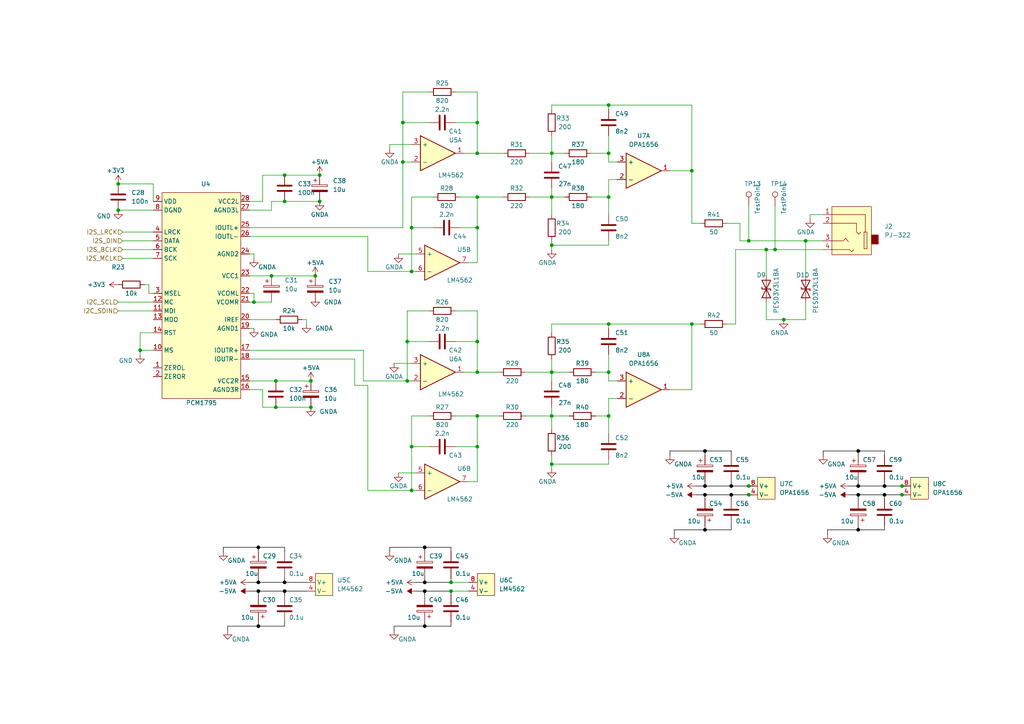
<source format=kicad_sch>
(kicad_sch (version 20211123) (generator eeschema)
  (paper "A4")
  (lib_symbols
    (symbol "Connector:TestPoint" (pin_numbers hide) (pin_names (offset 0.762) hide)
      (property "Reference" "TP" (at 0 6.858 0))
      (property "Value" "TestPoint" (at 0 5.08 0))
      (symbol "TestPoint_1_1"
        (pin passive line (at 0 0 90) (length 2.54) (name "1") (number "1"))
      )
    )
    (symbol "power:+3V3" (power) (pin_names (offset 0))
      (property "Value" "+3V3" (at 0 3.556 0))
      (symbol "+3V3_1_1"
        (pin power_in line (at 0 0 90) (length 0) hide (name "+3V3") (number "1"))
      )
    )
    (symbol "power:+5VA" (power) (pin_names (offset 0))
      (property "Value" "+5VA" (at 0 3.556 0))
      (symbol "+5VA_1_1"
        (pin power_in line (at 0 0 90) (length 0) hide (name "+5VA") (number "1"))
      )
    )
    (symbol "power:-5VA" (power) (pin_names (offset 0))
      (property "Value" "-5VA" (at 0 3.81 0))
      (symbol "-5VA_0_0"
        (pin power_in line (at 0 0 90) (length 0) hide (name "-5VA") (number "1"))
      )
    )
    (symbol "power:GND" (power) (pin_names (offset 0))
      (property "Value" "GND" (at 0 -3.81 0))
      (symbol "GND_1_1"
        (pin power_in line (at 0 0 270) (length 0) hide (name "GND") (number "1"))
      )
    )
    (symbol "power:GNDA" (power) (pin_names (offset 0))
      (property "Value" "GNDA" (at 0 -3.81 0))
      (symbol "GNDA_1_1"
        (pin power_in line (at 0 0 270) (length 0) hide (name "GNDA") (number "1"))
      )
    )
    (symbol "rlib_connectors:PJ-322" (pin_names hide)
      (property "Reference" "J" (at -0.0343 9.1452 0))
      (property "Value" "PJ-322" (at 0.254 -8.636 0))
      (symbol "PJ-322_1_1"
        (pin passive line (at 7.62 5.08 180) (length 2.54) (name "1") (number "1"))
        (pin passive line (at 7.62 2.54 180) (length 2.54) (name "2") (number "2"))
        (pin passive line (at 7.62 -2.54 180) (length 2.54) (name "3") (number "3"))
        (pin passive line (at 7.62 -5.08 180) (length 2.54) (name "4") (number "4"))
      )
    )
    (symbol "rlib_ic:LM4562"
      (property "Reference" "U" (at 0 8.89 0))
      (property "Value" "LM4562" (at 0 -5.08 0))
      (symbol "LM4562_1_1"
        (pin output line (at 8.89 2.54 180) (length 2.54) (name "~") (number "1"))
        (pin input line (at -6.35 0 0) (length 2.54) (name "-") (number "2"))
        (pin input line (at -6.35 5.08 0) (length 2.54) (name "+") (number "3"))
      )
      (symbol "LM4562_2_1"
        (pin input line (at -6.35 5.08 0) (length 2.54) (name "+") (number "5"))
        (pin input line (at -6.35 0 0) (length 2.54) (name "-") (number "6"))
        (pin output line (at 8.89 2.54 180) (length 2.54) (name "~") (number "7"))
      )
      (symbol "LM4562_3_1"
        (pin power_in line (at -5.08 -2.54 0) (length 2.54) (name "V-") (number "4"))
        (pin power_in line (at -5.08 0 0) (length 2.54) (name "V+") (number "8"))
      )
    )
    (symbol "rlib_ic:OPA1656"
      (property "Reference" "U" (at 0 8.89 0))
      (property "Value" "OPA1656" (at 0 -5.08 0))
      (symbol "OPA1656_1_1"
        (pin output line (at 8.89 2.54 180) (length 2.54) (name "~") (number "1"))
        (pin input line (at -6.35 0 0) (length 2.54) (name "-") (number "2"))
        (pin input line (at -6.35 5.08 0) (length 2.54) (name "+") (number "3"))
      )
      (symbol "OPA1656_2_1"
        (pin input line (at -6.35 5.08 0) (length 2.54) (name "+") (number "5"))
        (pin input line (at -6.35 0 0) (length 2.54) (name "-") (number "6"))
        (pin output line (at 8.89 2.54 180) (length 2.54) (name "~") (number "7"))
      )
      (symbol "OPA1656_3_1"
        (pin power_in line (at -5.08 -2.54 0) (length 2.54) (name "V-") (number "4"))
        (pin power_in line (at -5.08 0 0) (length 2.54) (name "V+") (number "8"))
      )
    )
    (symbol "rlib_ic:PCM1795"
      (property "Reference" "U" (at 0 5.08 0))
      (property "Value" "PCM1795" (at 0 -57.15 0))
      (symbol "PCM1795_0_0"
        (pin bidirectional line (at -13.97 -46.99 0) (length 2.54) (name "ZEROL") (number "1"))
        (pin bidirectional line (at -13.97 -41.91 0) (length 2.54) (name "MS") (number "10"))
        (pin input line (at -13.97 -30.48 0) (length 2.54) (name "MDI") (number "11"))
        (pin input line (at -13.97 -27.94 0) (length 2.54) (name "MC") (number "12"))
        (pin bidirectional line (at -13.97 -33.02 0) (length 2.54) (name "MDO") (number "13"))
        (pin input line (at -13.97 -36.83 0) (length 2.54) (name "RST") (number "14"))
        (pin power_in line (at 13.97 -50.8 180) (length 2.54) (name "VCC2R") (number "15"))
        (pin power_in line (at 13.97 -53.34 180) (length 2.54) (name "AGND3R") (number "16"))
        (pin output line (at 13.97 -41.91 180) (length 2.54) (name "IOUTR+") (number "17"))
        (pin output line (at 13.97 -44.45 180) (length 2.54) (name "IOUTR-") (number "18"))
        (pin power_in line (at 13.97 -35.56 180) (length 2.54) (name "AGND1") (number "19"))
        (pin bidirectional line (at -13.97 -49.53 0) (length 2.54) (name "ZEROR") (number "2"))
        (pin output line (at 13.97 -33.02 180) (length 2.54) (name "IREF") (number "20"))
        (pin power_in line (at 13.97 -27.94 180) (length 2.54) (name "VCOMR") (number "21"))
        (pin power_in line (at 13.97 -25.4 180) (length 2.54) (name "VCOML") (number "22"))
        (pin power_in line (at 13.97 -20.32 180) (length 2.54) (name "VCC1") (number "23"))
        (pin power_in line (at 13.97 -13.97 180) (length 2.54) (name "AGND2") (number "24"))
        (pin output line (at 13.97 -6.35 180) (length 2.54) (name "IOUTL+") (number "25"))
        (pin output line (at 13.97 -8.89 180) (length 2.54) (name "IOUTL-") (number "26"))
        (pin power_in line (at 13.97 -1.27 180) (length 2.54) (name "AGND3L") (number "27"))
        (pin power_in line (at 13.97 1.27 180) (length 2.54) (name "VCC2L") (number "28"))
        (pin input line (at -13.97 -25.4 0) (length 2.54) (name "MSEL") (number "3"))
        (pin input line (at -13.97 -7.62 0) (length 2.54) (name "LRCK") (number "4"))
        (pin input line (at -13.97 -10.16 0) (length 2.54) (name "DATA") (number "5"))
        (pin input line (at -13.97 -12.7 0) (length 2.54) (name "BCK") (number "6"))
        (pin input line (at -13.97 -15.24 0) (length 2.54) (name "SCK") (number "7"))
        (pin power_in line (at -13.97 -1.27 0) (length 2.54) (name "DGND") (number "8"))
        (pin power_in line (at -13.97 1.27 0) (length 2.54) (name "VDD") (number "9"))
      )
    )
    (symbol "rlib_passive:C" (pin_numbers hide) (pin_names (offset 0.254))
      (property "Reference" "C" (at 0.635 2.54 0))
      (property "Value" "C" (at 0.635 -2.54 0))
      (symbol "C_1_1"
        (pin passive line (at 0 3.81 270) (length 2.794) (name "~") (number "1"))
        (pin passive line (at 0 -3.81 90) (length 2.794) (name "~") (number "2"))
      )
    )
    (symbol "rlib_passive:C_Pol" (pin_numbers hide) (pin_names (offset 0.254))
      (property "Reference" "C" (at 0.635 2.54 0))
      (property "Value" "C_Pol" (at 0.635 -2.54 0))
      (symbol "C_Pol_1_1"
        (pin passive line (at 0 3.81 270) (length 2.794) (name "~") (number "1"))
        (pin passive line (at 0 -3.81 90) (length 2.794) (name "~") (number "2"))
      )
    )
    (symbol "rlib_passive:PESD3V3L1BA" (pin_numbers hide) (pin_names (offset 1.016) hide)
      (property "Reference" "D" (at 0 2.54 0))
      (property "Value" "PESD3V3L1BA" (at 0 -2.54 0))
      (symbol "PESD3V3L1BA_1_1"
        (pin passive line (at -3.81 0 0) (length 2.54) (name "A1") (number "1"))
        (pin passive line (at 3.81 0 180) (length 2.54) (name "A2") (number "2"))
      )
    )
    (symbol "rlib_passive:R" (pin_numbers hide) (pin_names (offset 0))
      (property "Reference" "R" (at 2.032 0 90))
      (property "Value" "R" (at 0 0 90))
      (symbol "R_1_1"
        (pin passive line (at 0 3.81 270) (length 1.27) (name "~") (number "1"))
        (pin passive line (at 0 -3.81 90) (length 1.27) (name "~") (number "2"))
      )
    )
  )
  (junction (at 123.19 171.45) (color 0 0 0 1))
  (junction (at 80.01 118.11))
  (junction (at 82.55 58.42))
  (junction (at 256.54 140.97) (color 0 0 0 1))
  (junction (at 256.54 143.51) (color 0 0 0 1))
  (junction (at 74.93 158.75) (color 0 0 0 1))
  (junction (at 160.02 107.95))
  (junction (at 92.71 58.42))
  (junction (at 74.93 171.45) (color 0 0 0 1))
  (junction (at 138.43 99.06))
  (junction (at 227.33 92.71))
  (junction (at 118.11 110.49))
  (junction (at 217.17 69.85))
  (junction (at 119.38 66.04))
  (junction (at 248.92 130.81) (color 0 0 0 1))
  (junction (at 204.47 130.81) (color 0 0 0 1))
  (junction (at 222.25 72.39))
  (junction (at 261.62 143.51))
  (junction (at 116.84 35.56))
  (junction (at 74.93 168.91) (color 0 0 0 1))
  (junction (at 123.19 158.75) (color 0 0 0 1))
  (junction (at 82.55 171.45) (color 0 0 0 1))
  (junction (at 92.71 50.8))
  (junction (at 138.43 120.65))
  (junction (at 40.64 101.6))
  (junction (at 138.43 107.95))
  (junction (at 204.47 140.97) (color 0 0 0 1))
  (junction (at 119.38 142.24))
  (junction (at 248.92 143.51) (color 0 0 0 1))
  (junction (at 78.74 80.01))
  (junction (at 200.66 93.98))
  (junction (at 34.29 53.34))
  (junction (at 138.43 57.15))
  (junction (at 138.43 66.04))
  (junction (at 176.53 57.15))
  (junction (at 233.68 69.85))
  (junction (at 160.02 71.12))
  (junction (at 204.47 153.67) (color 0 0 0 1))
  (junction (at 73.66 87.63))
  (junction (at 130.81 171.45))
  (junction (at 130.81 168.91))
  (junction (at 82.55 168.91) (color 0 0 0 1))
  (junction (at 224.79 72.39))
  (junction (at 118.11 99.06))
  (junction (at 176.53 93.98))
  (junction (at 123.19 168.91) (color 0 0 0 1))
  (junction (at 200.66 49.53))
  (junction (at 116.84 46.99))
  (junction (at 176.53 120.65))
  (junction (at 160.02 134.62))
  (junction (at 176.53 44.45))
  (junction (at 176.53 107.95))
  (junction (at 248.92 153.67) (color 0 0 0 1))
  (junction (at 204.47 143.51) (color 0 0 0 1))
  (junction (at 138.43 44.45))
  (junction (at 138.43 35.56))
  (junction (at 212.09 143.51) (color 0 0 0 1))
  (junction (at 138.43 129.54))
  (junction (at 123.19 181.61) (color 0 0 0 1))
  (junction (at 160.02 57.15))
  (junction (at 90.17 110.49))
  (junction (at 248.92 140.97) (color 0 0 0 1))
  (junction (at 74.93 181.61) (color 0 0 0 1))
  (junction (at 160.02 120.65))
  (junction (at 34.29 60.96))
  (junction (at 80.01 110.49))
  (junction (at 217.17 143.51))
  (junction (at 261.62 140.97))
  (junction (at 90.17 118.11))
  (junction (at 212.09 140.97) (color 0 0 0 1))
  (junction (at 82.55 50.8))
  (junction (at 217.17 140.97))
  (junction (at 160.02 44.45))
  (junction (at 176.53 30.48))
  (junction (at 119.38 78.74))
  (junction (at 91.44 80.01))
  (junction (at 119.38 129.54))
  (wire (pts (xy 201.93 143.51) (xy 204.47 143.51)) (stroke (width 0) (color 0 0 0 1)))
  (wire (pts (xy 200.66 49.53) (xy 200.66 30.48)))
  (wire (pts (xy 35.56 67.31) (xy 44.45 67.31)))
  (wire (pts (xy 120.65 142.24) (xy 119.38 142.24)))
  (wire (pts (xy 130.81 171.45) (xy 135.89 171.45)))
  (wire (pts (xy 160.02 96.52) (xy 160.02 93.98)))
  (wire (pts (xy 176.53 110.49) (xy 176.53 107.95)))
  (wire (pts (xy 123.19 171.45) (xy 130.81 171.45)) (stroke (width 0) (color 0 0 0 1)))
  (wire (pts (xy 82.55 50.8) (xy 92.71 50.8)))
  (wire (pts (xy 233.68 80.01) (xy 233.68 69.85)))
  (wire (pts (xy 256.54 153.67) (xy 248.92 153.67)) (stroke (width 0) (color 0 0 0 1)))
  (wire (pts (xy 212.09 140.97) (xy 204.47 140.97)) (stroke (width 0) (color 0 0 0 1)))
  (wire (pts (xy 160.02 46.99) (xy 160.02 44.45)))
  (wire (pts (xy 123.19 168.91) (xy 123.19 167.64)) (stroke (width 0) (color 0 0 0 1)))
  (wire (pts (xy 138.43 129.54) (xy 138.43 139.7)))
  (wire (pts (xy 130.81 168.91) (xy 135.89 168.91)))
  (wire (pts (xy 246.38 143.51) (xy 248.92 143.51)) (stroke (width 0) (color 0 0 0 1)))
  (wire (pts (xy 35.56 74.93) (xy 44.45 74.93)))
  (wire (pts (xy 160.02 132.08) (xy 160.02 134.62)))
  (wire (pts (xy 160.02 93.98) (xy 176.53 93.98)))
  (wire (pts (xy 234.95 63.5) (xy 234.95 62.23)))
  (wire (pts (xy 82.55 160.02) (xy 82.55 158.75)) (stroke (width 0) (color 0 0 0 1)))
  (wire (pts (xy 76.2 50.8) (xy 82.55 50.8)))
  (wire (pts (xy 214.63 64.77) (xy 210.82 64.77)))
  (wire (pts (xy 138.43 99.06) (xy 138.43 107.95)))
  (wire (pts (xy 138.43 120.65) (xy 144.78 120.65)))
  (wire (pts (xy 74.93 181.61) (xy 74.93 180.34)) (stroke (width 0) (color 0 0 0 1)))
  (wire (pts (xy 119.38 142.24) (xy 106.68 142.24)))
  (wire (pts (xy 76.2 118.11) (xy 80.01 118.11)))
  (wire (pts (xy 200.66 113.03) (xy 200.66 93.98)))
  (wire (pts (xy 74.93 158.75) (xy 82.55 158.75)) (stroke (width 0) (color 0 0 0 1)))
  (wire (pts (xy 212.09 139.7) (xy 212.09 140.97)) (stroke (width 0) (color 0 0 0 1)))
  (wire (pts (xy 217.17 69.85) (xy 233.68 69.85)))
  (wire (pts (xy 34.29 90.17) (xy 44.45 90.17)))
  (wire (pts (xy 203.2 93.98) (xy 200.66 93.98)))
  (wire (pts (xy 172.72 120.65) (xy 176.53 120.65)))
  (wire (pts (xy 64.77 158.75) (xy 74.93 158.75)) (stroke (width 0) (color 0 0 0 1)))
  (wire (pts (xy 130.81 160.02) (xy 130.81 158.75)) (stroke (width 0) (color 0 0 0 1)))
  (wire (pts (xy 105.41 110.49) (xy 118.11 110.49)))
  (wire (pts (xy 212.09 153.67) (xy 204.47 153.67)) (stroke (width 0) (color 0 0 0 1)))
  (wire (pts (xy 248.92 143.51) (xy 256.54 143.51)) (stroke (width 0) (color 0 0 0 1)))
  (wire (pts (xy 40.64 102.87) (xy 40.64 101.6)))
  (wire (pts (xy 138.43 57.15) (xy 133.35 57.15)))
  (wire (pts (xy 119.38 129.54) (xy 119.38 142.24)))
  (wire (pts (xy 130.81 180.34) (xy 130.81 181.61)) (stroke (width 0) (color 0 0 0 1)))
  (wire (pts (xy 256.54 132.08) (xy 256.54 130.81)) (stroke (width 0) (color 0 0 0 1)))
  (wire (pts (xy 204.47 140.97) (xy 204.47 139.7)) (stroke (width 0) (color 0 0 0 1)))
  (wire (pts (xy 118.11 90.17) (xy 118.11 99.06)))
  (wire (pts (xy 72.39 95.25) (xy 73.66 95.25)))
  (wire (pts (xy 227.33 92.71) (xy 233.68 92.71)))
  (wire (pts (xy 134.62 44.45) (xy 138.43 44.45)))
  (wire (pts (xy 82.55 168.91) (xy 74.93 168.91)) (stroke (width 0) (color 0 0 0 1)))
  (wire (pts (xy 218.44 143.51) (xy 217.17 143.51)))
  (wire (pts (xy 34.29 53.34) (xy 44.45 53.34)))
  (wire (pts (xy 132.08 99.06) (xy 138.43 99.06)))
  (wire (pts (xy 212.09 132.08) (xy 212.09 130.81)) (stroke (width 0) (color 0 0 0 1)))
  (wire (pts (xy 217.17 143.51) (xy 218.44 143.51)) (stroke (width 0) (color 0 0 0 1)))
  (wire (pts (xy 116.84 66.04) (xy 116.84 46.99)))
  (wire (pts (xy 222.25 92.71) (xy 227.33 92.71)))
  (wire (pts (xy 212.09 144.78) (xy 212.09 143.51)) (stroke (width 0) (color 0 0 0 1)))
  (wire (pts (xy 160.02 57.15) (xy 153.67 57.15)))
  (wire (pts (xy 138.43 99.06) (xy 138.43 90.17)))
  (wire (pts (xy 82.55 171.45) (xy 88.9 171.45)) (stroke (width 0) (color 0 0 0 1)))
  (wire (pts (xy 72.39 87.63) (xy 73.66 87.63)))
  (wire (pts (xy 204.47 143.51) (xy 212.09 143.51)) (stroke (width 0) (color 0 0 0 1)))
  (wire (pts (xy 176.53 107.95) (xy 172.72 107.95)))
  (wire (pts (xy 262.89 143.51) (xy 261.62 143.51)))
  (wire (pts (xy 102.87 111.76) (xy 102.87 104.14)))
  (wire (pts (xy 222.25 87.63) (xy 222.25 92.71)))
  (wire (pts (xy 74.93 160.02) (xy 74.93 158.75)) (stroke (width 0) (color 0 0 0 1)))
  (wire (pts (xy 72.39 101.6) (xy 105.41 101.6)))
  (wire (pts (xy 132.08 90.17) (xy 138.43 90.17)))
  (wire (pts (xy 248.92 144.78) (xy 248.92 143.51)) (stroke (width 0) (color 0 0 0 1)))
  (wire (pts (xy 256.54 140.97) (xy 261.62 140.97)) (stroke (width 0) (color 0 0 0 1)))
  (wire (pts (xy 194.31 130.81) (xy 204.47 130.81)) (stroke (width 0) (color 0 0 0 1)))
  (wire (pts (xy 119.38 66.04) (xy 119.38 78.74)))
  (wire (pts (xy 204.47 153.67) (xy 204.47 152.4)) (stroke (width 0) (color 0 0 0 1)))
  (wire (pts (xy 132.08 26.67) (xy 138.43 26.67)))
  (wire (pts (xy 80.01 110.49) (xy 90.17 110.49)))
  (wire (pts (xy 73.66 85.09) (xy 72.39 85.09)))
  (wire (pts (xy 171.45 57.15) (xy 176.53 57.15)))
  (wire (pts (xy 200.66 93.98) (xy 176.53 93.98)))
  (wire (pts (xy 238.76 132.08) (xy 238.76 130.81)) (stroke (width 0) (color 0 0 0 1)))
  (wire (pts (xy 160.02 134.62) (xy 176.53 134.62)))
  (wire (pts (xy 218.44 140.97) (xy 217.17 140.97)))
  (wire (pts (xy 72.39 171.45) (xy 74.93 171.45)) (stroke (width 0) (color 0 0 0 1)))
  (wire (pts (xy 138.43 35.56) (xy 138.43 26.67)))
  (wire (pts (xy 176.53 52.07) (xy 176.53 57.15)))
  (wire (pts (xy 73.66 74.93) (xy 73.66 73.66)))
  (wire (pts (xy 138.43 35.56) (xy 138.43 44.45)))
  (wire (pts (xy 113.03 43.18) (xy 113.03 41.91)))
  (wire (pts (xy 256.54 144.78) (xy 256.54 143.51)) (stroke (width 0) (color 0 0 0 1)))
  (wire (pts (xy 116.84 46.99) (xy 116.84 35.56)))
  (wire (pts (xy 261.62 143.51) (xy 262.89 143.51)) (stroke (width 0) (color 0 0 0 1)))
  (wire (pts (xy 40.64 96.52) (xy 40.64 101.6)))
  (wire (pts (xy 41.91 82.55) (xy 43.18 82.55)))
  (wire (pts (xy 160.02 118.11) (xy 160.02 120.65)))
  (wire (pts (xy 124.46 90.17) (xy 118.11 90.17)))
  (wire (pts (xy 35.56 69.85) (xy 44.45 69.85)))
  (wire (pts (xy 132.08 129.54) (xy 138.43 129.54)))
  (wire (pts (xy 118.11 110.49) (xy 118.11 99.06)))
  (wire (pts (xy 78.74 80.01) (xy 91.44 80.01)))
  (wire (pts (xy 132.08 35.56) (xy 138.43 35.56)))
  (wire (pts (xy 160.02 120.65) (xy 165.1 120.65)))
  (wire (pts (xy 138.43 44.45) (xy 146.05 44.45)))
  (wire (pts (xy 130.81 167.64) (xy 130.81 168.91)) (stroke (width 0) (color 0 0 0 1)))
  (wire (pts (xy 248.92 153.67) (xy 248.92 152.4)) (stroke (width 0) (color 0 0 0 1)))
  (wire (pts (xy 116.84 35.56) (xy 124.46 35.56)))
  (wire (pts (xy 82.55 58.42) (xy 92.71 58.42)))
  (wire (pts (xy 160.02 39.37) (xy 160.02 44.45)))
  (wire (pts (xy 64.77 160.02) (xy 64.77 158.75)) (stroke (width 0) (color 0 0 0 1)))
  (wire (pts (xy 160.02 54.61) (xy 160.02 57.15)))
  (wire (pts (xy 138.43 76.2) (xy 135.89 76.2)))
  (wire (pts (xy 138.43 120.65) (xy 132.08 120.65)))
  (wire (pts (xy 66.04 181.61) (xy 74.93 181.61)) (stroke (width 0) (color 0 0 0 1)))
  (wire (pts (xy 194.31 49.53) (xy 200.66 49.53)))
  (wire (pts (xy 34.29 87.63) (xy 44.45 87.63)))
  (wire (pts (xy 240.03 153.67) (xy 240.03 154.94)) (stroke (width 0) (color 0 0 0 1)))
  (wire (pts (xy 204.47 130.81) (xy 212.09 130.81)) (stroke (width 0) (color 0 0 0 1)))
  (wire (pts (xy 204.47 144.78) (xy 204.47 143.51)) (stroke (width 0) (color 0 0 0 1)))
  (wire (pts (xy 125.73 57.15) (xy 119.38 57.15)))
  (wire (pts (xy 123.19 172.72) (xy 123.19 171.45)) (stroke (width 0) (color 0 0 0 1)))
  (wire (pts (xy 160.02 135.89) (xy 160.02 134.62)))
  (wire (pts (xy 114.3 181.61) (xy 123.19 181.61)) (stroke (width 0) (color 0 0 0 1)))
  (wire (pts (xy 160.02 57.15) (xy 163.83 57.15)))
  (wire (pts (xy 88.9 92.71) (xy 87.63 92.71)))
  (wire (pts (xy 73.66 73.66) (xy 72.39 73.66)))
  (wire (pts (xy 195.58 153.67) (xy 204.47 153.67)) (stroke (width 0) (color 0 0 0 1)))
  (wire (pts (xy 160.02 30.48) (xy 176.53 30.48)))
  (wire (pts (xy 203.2 64.77) (xy 200.66 64.77)))
  (wire (pts (xy 176.53 102.87) (xy 176.53 107.95)))
  (wire (pts (xy 194.31 113.03) (xy 200.66 113.03)))
  (wire (pts (xy 113.03 158.75) (xy 123.19 158.75)) (stroke (width 0) (color 0 0 0 1)))
  (wire (pts (xy 217.17 140.97) (xy 218.44 140.97)) (stroke (width 0) (color 0 0 0 1)))
  (wire (pts (xy 176.53 39.37) (xy 176.53 44.45)))
  (wire (pts (xy 124.46 26.67) (xy 116.84 26.67)))
  (wire (pts (xy 119.38 46.99) (xy 116.84 46.99)))
  (wire (pts (xy 160.02 72.39) (xy 160.02 71.12)))
  (wire (pts (xy 120.65 168.91) (xy 123.19 168.91)) (stroke (width 0) (color 0 0 0 1)))
  (wire (pts (xy 133.35 66.04) (xy 138.43 66.04)))
  (wire (pts (xy 82.55 180.34) (xy 82.55 181.61)) (stroke (width 0) (color 0 0 0 1)))
  (wire (pts (xy 119.38 129.54) (xy 124.46 129.54)))
  (wire (pts (xy 222.25 72.39) (xy 222.25 80.01)))
  (wire (pts (xy 246.38 140.97) (xy 248.92 140.97)) (stroke (width 0) (color 0 0 0 1)))
  (wire (pts (xy 72.39 168.91) (xy 74.93 168.91)) (stroke (width 0) (color 0 0 0 1)))
  (wire (pts (xy 224.79 59.69) (xy 224.79 72.39)))
  (wire (pts (xy 78.74 60.96) (xy 78.74 58.42)))
  (wire (pts (xy 217.17 59.69) (xy 217.17 69.85)))
  (wire (pts (xy 248.92 130.81) (xy 256.54 130.81)) (stroke (width 0) (color 0 0 0 1)))
  (wire (pts (xy 76.2 50.8) (xy 76.2 58.42)))
  (wire (pts (xy 233.68 69.85) (xy 238.76 69.85)))
  (wire (pts (xy 130.81 181.61) (xy 123.19 181.61)) (stroke (width 0) (color 0 0 0 1)))
  (wire (pts (xy 176.53 46.99) (xy 176.53 44.45)))
  (wire (pts (xy 119.38 57.15) (xy 119.38 66.04)))
  (wire (pts (xy 256.54 139.7) (xy 256.54 140.97)) (stroke (width 0) (color 0 0 0 1)))
  (wire (pts (xy 160.02 107.95) (xy 165.1 107.95)))
  (wire (pts (xy 248.92 140.97) (xy 248.92 139.7)) (stroke (width 0) (color 0 0 0 1)))
  (wire (pts (xy 176.53 44.45) (xy 171.45 44.45)))
  (wire (pts (xy 179.07 110.49) (xy 176.53 110.49)))
  (wire (pts (xy 176.53 69.85) (xy 176.53 71.12)))
  (wire (pts (xy 73.66 87.63) (xy 73.66 85.09)))
  (wire (pts (xy 123.19 158.75) (xy 130.81 158.75)) (stroke (width 0) (color 0 0 0 1)))
  (wire (pts (xy 72.39 66.04) (xy 116.84 66.04)))
  (wire (pts (xy 194.31 132.08) (xy 194.31 130.81)) (stroke (width 0) (color 0 0 0 1)))
  (wire (pts (xy 82.55 172.72) (xy 82.55 171.45)) (stroke (width 0) (color 0 0 0 1)))
  (wire (pts (xy 114.3 105.41) (xy 119.38 105.41)))
  (wire (pts (xy 160.02 110.49) (xy 160.02 107.95)))
  (wire (pts (xy 214.63 69.85) (xy 217.17 69.85)))
  (wire (pts (xy 116.84 26.67) (xy 116.84 35.56)))
  (wire (pts (xy 119.38 66.04) (xy 125.73 66.04)))
  (wire (pts (xy 240.03 153.67) (xy 248.92 153.67)) (stroke (width 0) (color 0 0 0 1)))
  (wire (pts (xy 40.64 101.6) (xy 44.45 101.6)))
  (wire (pts (xy 200.66 64.77) (xy 200.66 49.53)))
  (wire (pts (xy 34.29 60.96) (xy 44.45 60.96)))
  (wire (pts (xy 35.56 72.39) (xy 44.45 72.39)))
  (wire (pts (xy 176.53 93.98) (xy 176.53 95.25)))
  (wire (pts (xy 179.07 115.57) (xy 176.53 115.57)))
  (wire (pts (xy 212.09 152.4) (xy 212.09 153.67)) (stroke (width 0) (color 0 0 0 1)))
  (wire (pts (xy 120.65 78.74) (xy 119.38 78.74)))
  (wire (pts (xy 160.02 107.95) (xy 152.4 107.95)))
  (wire (pts (xy 124.46 120.65) (xy 119.38 120.65)))
  (wire (pts (xy 195.58 153.67) (xy 195.58 154.94)) (stroke (width 0) (color 0 0 0 1)))
  (wire (pts (xy 43.18 82.55) (xy 43.18 85.09)))
  (wire (pts (xy 106.68 68.58) (xy 72.39 68.58)))
  (wire (pts (xy 120.65 171.45) (xy 123.19 171.45)) (stroke (width 0) (color 0 0 0 1)))
  (wire (pts (xy 66.04 181.61) (xy 66.04 182.88)) (stroke (width 0) (color 0 0 0 1)))
  (wire (pts (xy 72.39 58.42) (xy 76.2 58.42)))
  (wire (pts (xy 72.39 60.96) (xy 78.74 60.96)))
  (wire (pts (xy 160.02 69.85) (xy 160.02 71.12)))
  (wire (pts (xy 138.43 57.15) (xy 146.05 57.15)))
  (wire (pts (xy 160.02 120.65) (xy 160.02 124.46)))
  (wire (pts (xy 222.25 72.39) (xy 224.79 72.39)))
  (wire (pts (xy 72.39 80.01) (xy 78.74 80.01)))
  (wire (pts (xy 118.11 99.06) (xy 124.46 99.06)))
  (wire (pts (xy 213.36 72.39) (xy 213.36 93.98)))
  (wire (pts (xy 113.03 41.91) (xy 119.38 41.91)))
  (wire (pts (xy 130.81 168.91) (xy 123.19 168.91)) (stroke (width 0) (color 0 0 0 1)))
  (wire (pts (xy 160.02 104.14) (xy 160.02 107.95)))
  (wire (pts (xy 76.2 113.03) (xy 76.2 118.11)))
  (wire (pts (xy 213.36 93.98) (xy 210.82 93.98)))
  (wire (pts (xy 43.18 85.09) (xy 44.45 85.09)))
  (wire (pts (xy 80.01 118.11) (xy 90.17 118.11)))
  (wire (pts (xy 82.55 167.64) (xy 82.55 168.91)) (stroke (width 0) (color 0 0 0 1)))
  (wire (pts (xy 106.68 111.76) (xy 102.87 111.76)))
  (wire (pts (xy 74.93 172.72) (xy 74.93 171.45)) (stroke (width 0) (color 0 0 0 1)))
  (wire (pts (xy 44.45 53.34) (xy 44.45 58.42)))
  (wire (pts (xy 119.38 120.65) (xy 119.38 129.54)))
  (wire (pts (xy 82.55 181.61) (xy 74.93 181.61)) (stroke (width 0) (color 0 0 0 1)))
  (wire (pts (xy 160.02 57.15) (xy 160.02 62.23)))
  (wire (pts (xy 176.53 30.48) (xy 176.53 31.75)))
  (wire (pts (xy 106.68 78.74) (xy 106.68 68.58)))
  (wire (pts (xy 119.38 110.49) (xy 118.11 110.49)))
  (wire (pts (xy 114.3 181.61) (xy 114.3 182.88)) (stroke (width 0) (color 0 0 0 1)))
  (wire (pts (xy 44.45 96.52) (xy 40.64 96.52)))
  (wire (pts (xy 72.39 110.49) (xy 80.01 110.49)))
  (wire (pts (xy 212.09 140.97) (xy 217.17 140.97)) (stroke (width 0) (color 0 0 0 1)))
  (wire (pts (xy 212.09 143.51) (xy 217.17 143.51)) (stroke (width 0) (color 0 0 0 1)))
  (wire (pts (xy 115.57 73.66) (xy 120.65 73.66)))
  (wire (pts (xy 78.74 58.42) (xy 82.55 58.42)))
  (wire (pts (xy 179.07 46.99) (xy 176.53 46.99)))
  (wire (pts (xy 88.9 93.98) (xy 88.9 92.71)))
  (wire (pts (xy 201.93 140.97) (xy 204.47 140.97)) (stroke (width 0) (color 0 0 0 1)))
  (wire (pts (xy 256.54 143.51) (xy 261.62 143.51)) (stroke (width 0) (color 0 0 0 1)))
  (wire (pts (xy 72.39 92.71) (xy 80.01 92.71)))
  (wire (pts (xy 214.63 69.85) (xy 214.63 64.77)))
  (wire (pts (xy 134.62 107.95) (xy 138.43 107.95)))
  (wire (pts (xy 176.53 120.65) (xy 176.53 125.73)))
  (wire (pts (xy 238.76 130.81) (xy 248.92 130.81)) (stroke (width 0) (color 0 0 0 1)))
  (wire (pts (xy 160.02 31.75) (xy 160.02 30.48)))
  (wire (pts (xy 160.02 120.65) (xy 152.4 120.65)))
  (wire (pts (xy 256.54 152.4) (xy 256.54 153.67)) (stroke (width 0) (color 0 0 0 1)))
  (wire (pts (xy 176.53 57.15) (xy 176.53 62.23)))
  (wire (pts (xy 179.07 52.07) (xy 176.53 52.07)))
  (wire (pts (xy 102.87 104.14) (xy 72.39 104.14)))
  (wire (pts (xy 234.95 62.23) (xy 238.76 62.23)))
  (wire (pts (xy 200.66 30.48) (xy 176.53 30.48)))
  (wire (pts (xy 130.81 172.72) (xy 130.81 171.45)) (stroke (width 0) (color 0 0 0 1)))
  (wire (pts (xy 233.68 92.71) (xy 233.68 87.63)))
  (wire (pts (xy 160.02 71.12) (xy 176.53 71.12)))
  (wire (pts (xy 138.43 129.54) (xy 138.43 120.65)))
  (wire (pts (xy 73.66 87.63) (xy 78.74 87.63)))
  (wire (pts (xy 72.39 113.03) (xy 76.2 113.03)))
  (wire (pts (xy 123.19 160.02) (xy 123.19 158.75)) (stroke (width 0) (color 0 0 0 1)))
  (wire (pts (xy 256.54 140.97) (xy 248.92 140.97)) (stroke (width 0) (color 0 0 0 1)))
  (wire (pts (xy 113.03 160.02) (xy 113.03 158.75)) (stroke (width 0) (color 0 0 0 1)))
  (wire (pts (xy 176.53 133.35) (xy 176.53 134.62)))
  (wire (pts (xy 82.55 168.91) (xy 88.9 168.91)) (stroke (width 0) (color 0 0 0 1)))
  (wire (pts (xy 74.93 171.45) (xy 82.55 171.45)) (stroke (width 0) (color 0 0 0 1)))
  (wire (pts (xy 222.25 72.39) (xy 213.36 72.39)))
  (wire (pts (xy 160.02 44.45) (xy 163.83 44.45)))
  (wire (pts (xy 115.57 137.16) (xy 120.65 137.16)))
  (wire (pts (xy 248.92 132.08) (xy 248.92 130.81)) (stroke (width 0) (color 0 0 0 1)))
  (wire (pts (xy 224.79 72.39) (xy 238.76 72.39)))
  (wire (pts (xy 261.62 140.97) (xy 262.89 140.97)) (stroke (width 0) (color 0 0 0 1)))
  (wire (pts (xy 74.93 168.91) (xy 74.93 167.64)) (stroke (width 0) (color 0 0 0 1)))
  (wire (pts (xy 138.43 139.7) (xy 135.89 139.7)))
  (wire (pts (xy 138.43 107.95) (xy 144.78 107.95)))
  (wire (pts (xy 119.38 78.74) (xy 106.68 78.74)))
  (wire (pts (xy 138.43 66.04) (xy 138.43 57.15)))
  (wire (pts (xy 105.41 101.6) (xy 105.41 110.49)))
  (wire (pts (xy 91.44 86.36) (xy 91.44 87.63)))
  (wire (pts (xy 106.68 111.76) (xy 106.68 142.24)))
  (wire (pts (xy 160.02 44.45) (xy 153.67 44.45)))
  (wire (pts (xy 262.89 140.97) (xy 261.62 140.97)))
  (wire (pts (xy 204.47 132.08) (xy 204.47 130.81)) (stroke (width 0) (color 0 0 0 1)))
  (wire (pts (xy 138.43 66.04) (xy 138.43 76.2)))
  (wire (pts (xy 176.53 115.57) (xy 176.53 120.65)))
  (wire (pts (xy 123.19 181.61) (xy 123.19 180.34)) (stroke (width 0) (color 0 0 0 1)))
  (hierarchical_label "I2S_DIN" (shape input) (at 35.56 69.85 180))
  (hierarchical_label "I2S_LRCK" (shape input) (at 35.56 67.31 180))
  (hierarchical_label "I2S_BCLK" (shape input) (at 35.56 72.39 180))
  (hierarchical_label "I2C_SDIN" (shape input) (at 34.29 90.17 180))
  (hierarchical_label "I2S_MCLK" (shape input) (at 35.56 74.93 180))
  (hierarchical_label "I2C_SCL" (shape input) (at 34.29 87.63 180))
  (symbol (lib_id "rlib_passive:R") (at 168.91 120.65 90) (unit 1)
    (property "Reference" "R40" (at 168.91 118.11 90))
    (property "Value" "180" (at 168.91 123.19 90))
    (property "Footprint" "rlib_passive:R_0603_1608Metric" (effects hide))
  )
  (symbol (lib_id "power:GND") (at 40.64 102.87 0) (unit 1)
    (property "Reference" "#PWR064" (effects hide))
    (property "Value" "GND" (at 36.4837 104.587 0))
  )
  (symbol (lib_id "power:GND") (at 34.29 60.96 0) (unit 1)
    (property "Reference" "#PWR062" (effects hide))
    (property "Value" "GND" (at 30.1337 62.677 0))
  )
  (symbol (lib_id "rlib_passive:R") (at 207.01 93.98 90) (unit 1)
    (property "Reference" "R42" (at 207.01 91.44 90))
    (property "Value" "50" (at 207.01 96.52 90))
    (property "Footprint" "rlib_passive:R_0603_1608Metric" (effects hide))
  )
  (symbol (lib_id "rlib_passive:C_Pol") (at 90.17 114.3 0) (unit 1)
    (property "Reference" "C36" (at 93.98 113.03 0) (effects (justify left)))
    (property "Value" "10u" (at 93.98 115.57 0) (effects (justify left)))
    (property "Footprint" "rlib_passive:T491A106K010AT" (effects hide))
  )
  (symbol (lib_id "power:-5VA") (at 246.38 143.51 90) (unit 1)
    (property "Reference" "#PWR097" (effects hide))
    (property "Value" "-5VA" (at 242.57 143.5099 90) (effects (justify left)))
  )
  (symbol (lib_id "rlib_passive:C") (at 82.55 54.61 0) (unit 1)
    (property "Reference" "C33" (at 86.36 53.3399 0) (effects (justify left)))
    (property "Value" "100n" (at 86.36 55.8799 0) (effects (justify left)))
    (property "Footprint" "rlib_passive:R_0603_1608Metric" (effects hide))
  )
  (symbol (lib_id "power:GNDA") (at 114.3 182.88 0) (unit 1)
    (property "Reference" "#PWR081" (effects hide))
    (property "Value" "GNDA" (at 118.11 185.42 0))
  )
  (symbol (lib_id "rlib_ic:OPA1656") (at 222.25 140.97 0) (unit 3)
    (property "Reference" "U7" (at 226.06 140.3349 0) (effects (justify left)))
    (property "Value" "OPA1656" (at 226.06 142.8749 0) (effects (justify left)))
    (property "Footprint" "rlib_ic:SOIC-8_3.9x4.9mm_P1.27mm" (effects hide))
    (property "Datasheet" "${RLIB}/ic/datasheets/OPA1652.pdf" (effects hide))
  )
  (symbol (lib_id "power:GNDA") (at 195.58 154.94 0) (unit 1)
    (property "Reference" "#PWR089" (effects hide))
    (property "Value" "GNDA" (at 199.39 157.48 0))
  )
  (symbol (lib_id "rlib_ic:OPA1656") (at 185.42 115.57 0) (unit 1)
    (property "Reference" "U8" (at 186.69 102.87 0))
    (property "Value" "OPA1656" (at 186.69 105.41 0))
    (property "Footprint" "rlib_ic:SOIC-8_3.9x4.9mm_P1.27mm" (effects hide))
    (property "Datasheet" "${RLIB}/ic/datasheets/OPA1652.pdf" (effects hide))
  )
  (symbol (lib_id "power:+5VA") (at 246.38 140.97 90) (unit 1)
    (property "Reference" "#PWR096" (effects hide))
    (property "Value" "+5VA" (at 237.49 140.97 90) (effects (justify right)))
  )
  (symbol (lib_id "power:-5VA") (at 120.65 171.45 90) (unit 1)
    (property "Reference" "#PWR085" (effects hide))
    (property "Value" "-5VA" (at 116.84 171.4499 90) (effects (justify left)))
  )
  (symbol (lib_id "rlib_passive:R") (at 168.91 107.95 90) (unit 1)
    (property "Reference" "R39" (at 168.91 105.41 90))
    (property "Value" "180" (at 168.91 110.49 90))
    (property "Footprint" "rlib_passive:R_0603_1608Metric" (effects hide))
  )
  (symbol (lib_id "rlib_passive:R") (at 207.01 64.77 90) (unit 1)
    (property "Reference" "R41" (at 207.01 62.23 90))
    (property "Value" "50" (at 207.01 67.31 90))
    (property "Footprint" "rlib_passive:R_0603_1608Metric" (effects hide))
  )
  (symbol (lib_id "power:GNDA") (at 91.44 86.36 0) (unit 1)
    (property "Reference" "#PWR075" (effects hide))
    (property "Value" "GNDA" (at 96.52 87.63 0))
  )
  (symbol (lib_id "rlib_passive:C") (at 160.02 114.3 180) (unit 1)
    (property "Reference" "C48" (at 163.83 111.76 0))
    (property "Value" "27n" (at 163.83 116.84 0))
    (property "Footprint" "rlib_passive:C_0603_1608Metric" (effects hide))
  )
  (symbol (lib_id "Connector:TestPoint") (at 224.79 59.69 0) (unit 1)
    (property "Reference" "TP14" (at 223.52 53.34 0) (effects (justify left)))
    (property "Value" "TestPoint" (at 227.33 62.23 90) (effects (justify left)))
    (property "Footprint" "TestPoint:TestPoint_Pad_D1.0mm" (effects hide))
  )
  (symbol (lib_id "rlib_ic:LM4562") (at 127 142.24 0) (unit 2)
    (property "Reference" "U6" (at 134.62 135.89 0))
    (property "Value" "LM4562" (at 133.35 144.78 0))
    (property "Footprint" "rlib_ic:SOIC-8_3.9x4.9mm_P1.27mm" (effects hide))
    (property "Datasheet" "${RLIB}/ic/datasheets/LM4562.pdf" (effects hide))
    (property "Manufacturer" "Texas Instruments" (effects hide))
    (property "Mnfct. partnumber" "LM4562MAX/NOPB" (effects hide))
    (property "LSCS partnumber" " C57367" (effects hide))
  )
  (symbol (lib_id "rlib_passive:C_Pol") (at 123.19 163.83 0) (unit 1)
    (property "Reference" "C39" (at 124.46 161.29 0) (effects (justify left)))
    (property "Value" "10u" (at 119.38 166.37 0) (effects (justify left)))
    (property "Footprint" "rlib_passive:T491A106K010AT" (effects hide))
  )
  (symbol (lib_id "rlib_passive:C_Pol") (at 204.47 148.59 180) (unit 1)
    (property "Reference" "C54" (at 209.55 146.05 0) (effects (justify left)))
    (property "Value" "10u" (at 203.2 151.13 0) (effects (justify left)))
    (property "Footprint" "rlib_passive:T491A106K010AT" (effects hide))
  )
  (symbol (lib_id "power:-5VA") (at 201.93 143.51 90) (unit 1)
    (property "Reference" "#PWR091" (effects hide))
    (property "Value" "-5VA" (at 198.12 143.5099 90) (effects (justify left)))
  )
  (symbol (lib_id "power:GNDA") (at 240.03 154.94 0) (unit 1)
    (property "Reference" "#PWR095" (effects hide))
    (property "Value" "GNDA" (at 243.84 157.48 0))
  )
  (symbol (lib_id "rlib_passive:C_Pol") (at 123.19 176.53 180) (unit 1)
    (property "Reference" "C40" (at 128.27 173.99 0) (effects (justify left)))
    (property "Value" "10u" (at 121.92 179.07 0) (effects (justify left)))
    (property "Footprint" "rlib_passive:T491A106K010AT" (effects hide))
  )
  (symbol (lib_id "rlib_passive:PESD3V3L1BA") (at 233.68 83.82 90) (unit 1)
    (property "Reference" "D10" (at 230.8703 79.7672 90) (effects (justify right)))
    (property "Value" "PESD3V3L1BA" (at 236.5388 77.706 0) (effects (justify right)))
    (property "Footprint" "rlib_passive:D_SOD-323F" (effects hide))
    (property "Datasheet" "${RLIB}/passive/datasheets/PESD3V3L1BA.pdf" (effects hide))
  )
  (symbol (lib_id "rlib_passive:C") (at 130.81 176.53 0) (unit 1)
    (property "Reference" "C46" (at 132.08 173.99 0) (effects (justify left)))
    (property "Value" "0.1u" (at 132.08 179.07 0) (effects (justify left)))
    (property "Footprint" "rlib_passive:C_0603_1608Metric" (effects hide))
  )
  (symbol (lib_id "rlib_passive:C") (at 82.55 176.53 0) (unit 1)
    (property "Reference" "C35" (at 83.82 173.99 0) (effects (justify left)))
    (property "Value" "0.1u" (at 83.82 179.07 0) (effects (justify left)))
    (property "Footprint" "rlib_passive:C_0603_1608Metric" (effects hide))
  )
  (symbol (lib_id "rlib_passive:R") (at 160.02 128.27 180) (unit 1)
    (property "Reference" "R36" (at 163.2682 127.0303 0))
    (property "Value" "200" (at 163.83 129.54 0))
    (property "Footprint" "rlib_passive:R_0603_1608Metric" (effects hide))
  )
  (symbol (lib_id "rlib_passive:R") (at 148.59 107.95 90) (unit 1)
    (property "Reference" "R29" (at 148.59 105.41 90))
    (property "Value" "220" (at 148.59 110.49 90))
    (property "Footprint" "rlib_passive:R_0603_1608Metric" (effects hide))
  )
  (symbol (lib_id "rlib_passive:C") (at 128.27 129.54 90) (unit 1)
    (property "Reference" "C43" (at 132.08 132.08 90))
    (property "Value" "2.2n" (at 128.27 125.73 90))
    (property "Footprint" "rlib_passive:C_0603_1608Metric" (effects hide))
  )
  (symbol (lib_id "rlib_passive:C_Pol") (at 74.93 163.83 0) (unit 1)
    (property "Reference" "C29" (at 76.2 161.29 0) (effects (justify left)))
    (property "Value" "10u" (at 71.12 166.37 0) (effects (justify left)))
    (property "Footprint" "rlib_passive:T491A106K010AT" (effects hide))
  )
  (symbol (lib_id "power:GNDA") (at 115.57 137.16 0) (unit 1)
    (property "Reference" "#PWR083" (effects hide))
    (property "Value" "GNDA" (at 115.57 140.97 0))
  )
  (symbol (lib_id "power:GNDA") (at 114.3 105.41 0) (unit 1)
    (property "Reference" "#PWR080" (effects hide))
    (property "Value" "GNDA" (at 114.3 109.22 0))
  )
  (symbol (lib_id "power:GNDA") (at 194.31 132.08 0) (unit 1)
    (property "Reference" "#PWR088" (effects hide))
    (property "Value" "GNDA" (at 198.12 134.62 0))
  )
  (symbol (lib_id "power:GNDA") (at 113.03 160.02 0) (unit 1)
    (property "Reference" "#PWR079" (effects hide))
    (property "Value" "GNDA" (at 116.84 162.56 0))
  )
  (symbol (lib_id "rlib_passive:R") (at 128.27 26.67 90) (unit 1)
    (property "Reference" "R25" (at 128.27 24.13 90))
    (property "Value" "820" (at 128.27 29.21 90))
    (property "Footprint" "rlib_passive:R_0603_1608Metric" (effects hide))
  )
  (symbol (lib_id "rlib_passive:C") (at 128.27 35.56 90) (unit 1)
    (property "Reference" "C41" (at 132.08 38.1 90))
    (property "Value" "2.2n" (at 128.27 31.75 90))
    (property "Footprint" "rlib_passive:C_0603_1608Metric" (effects hide))
  )
  (symbol (lib_id "rlib_passive:R") (at 160.02 66.04 180) (unit 1)
    (property "Reference" "R34" (at 163.2682 64.8003 0))
    (property "Value" "200" (at 163.83 67.31 0))
    (property "Footprint" "rlib_passive:R_0603_1608Metric" (effects hide))
  )
  (symbol (lib_id "rlib_passive:R") (at 149.86 44.45 90) (unit 1)
    (property "Reference" "R31" (at 149.86 41.91 90))
    (property "Value" "220" (at 149.86 46.99 90))
    (property "Footprint" "rlib_passive:R_0603_1608Metric" (effects hide))
  )
  (symbol (lib_id "rlib_passive:C") (at 176.53 35.56 180) (unit 1)
    (property "Reference" "C49" (at 180.34 33.02 0))
    (property "Value" "8n2" (at 180.34 38.1 0))
    (property "Footprint" "rlib_passive:C_0603_1608Metric" (effects hide))
  )
  (symbol (lib_id "rlib_passive:R") (at 160.02 100.33 180) (unit 1)
    (property "Reference" "R35" (at 163.2682 99.0903 0))
    (property "Value" "200" (at 163.83 101.6 0))
    (property "Footprint" "rlib_passive:R_0603_1608Metric" (effects hide))
  )
  (symbol (lib_id "power:+3V3") (at 34.29 82.55 90) (unit 1)
    (property "Reference" "#PWR063" (effects hide))
    (property "Value" "+3V3" (at 27.94 82.55 90))
  )
  (symbol (lib_id "power:+5VA") (at 90.17 110.49 0) (unit 1)
    (property "Reference" "#PWR072" (effects hide))
    (property "Value" "+5VA" (at 90.17 106.68 0))
  )
  (symbol (lib_id "rlib_passive:C") (at 82.55 163.83 0) (unit 1)
    (property "Reference" "C34" (at 83.82 161.29 0) (effects (justify left)))
    (property "Value" "0.1u" (at 83.82 166.37 0) (effects (justify left)))
    (property "Footprint" "rlib_passive:C_0603_1608Metric" (effects hide))
  )
  (symbol (lib_id "rlib_passive:C") (at 160.02 50.8 180) (unit 1)
    (property "Reference" "C47" (at 163.83 48.26 0))
    (property "Value" "27n" (at 163.83 53.34 0))
    (property "Footprint" "rlib_passive:C_0603_1608Metric" (effects hide))
  )
  (symbol (lib_id "rlib_passive:C") (at 212.09 135.89 0) (unit 1)
    (property "Reference" "C55" (at 213.36 133.35 0) (effects (justify left)))
    (property "Value" "0.1u" (at 213.36 138.43 0) (effects (justify left)))
    (property "Footprint" "rlib_passive:C_0603_1608Metric" (effects hide))
  )
  (symbol (lib_id "rlib_passive:R") (at 148.59 120.65 90) (unit 1)
    (property "Reference" "R30" (at 148.59 118.11 90))
    (property "Value" "220" (at 148.59 123.19 90))
    (property "Footprint" "rlib_passive:R_0603_1608Metric" (effects hide))
  )
  (symbol (lib_id "rlib_ic:LM4562") (at 127 78.74 0) (unit 2)
    (property "Reference" "U5" (at 134.62 72.39 0))
    (property "Value" "LM4562" (at 133.35 81.28 0))
    (property "Footprint" "rlib_ic:SOIC-8_3.9x4.9mm_P1.27mm" (effects hide))
    (property "Datasheet" "${RLIB}/ic/datasheets/LM4562.pdf" (effects hide))
    (property "Manufacturer" "Texas Instruments" (effects hide))
    (property "Mnfct. partnumber" "LM4562MAX/NOPB" (effects hide))
    (property "LSCS partnumber" " C57367" (effects hide))
  )
  (symbol (lib_id "rlib_ic:PCM1795") (at 58.42 59.69 0) (unit 1)
    (property "Reference" "U4" (at 59.69 53.34 0))
    (property "Value" "PCM1795" (at 58.42 116.84 0))
    (property "Footprint" "rlib_ic:SSOP-28_5.3x10.2mm_P0.65mm" (effects hide))
    (property "Datasheet" "${RLIB}/ic/datasheets/PCM1795.pdf" (effects hide))
    (property "Manufacturer" "Texas Instruments" (effects hide))
    (property "Mnfct. partnumber" "PCM1795DBR" (effects hide))
    (property "LCSC partnumber" "C2867563" (effects hide))
  )
  (symbol (lib_id "rlib_passive:C") (at 256.54 135.89 0) (unit 1)
    (property "Reference" "C59" (at 257.81 133.35 0) (effects (justify left)))
    (property "Value" "0.1u" (at 257.81 138.43 0) (effects (justify left)))
    (property "Footprint" "rlib_passive:C_0603_1608Metric" (effects hide))
  )
  (symbol (lib_id "power:GNDA") (at 160.02 72.39 0) (unit 1)
    (property "Reference" "#PWR086" (effects hide))
    (property "Value" "GNDA" (at 158.75 76.2 0))
  )
  (symbol (lib_id "power:+5VA") (at 91.44 80.01 0) (unit 1)
    (property "Reference" "#PWR074" (effects hide))
    (property "Value" "+5VA" (at 91.44 76.2 0))
  )
  (symbol (lib_id "rlib_passive:C") (at 176.53 99.06 180) (unit 1)
    (property "Reference" "C51" (at 180.34 96.52 0))
    (property "Value" "8n2" (at 180.34 101.6 0))
    (property "Footprint" "rlib_passive:C_0603_1608Metric" (effects hide))
  )
  (symbol (lib_id "rlib_passive:R") (at 160.02 35.56 180) (unit 1)
    (property "Reference" "R33" (at 163.2682 34.3203 0))
    (property "Value" "200" (at 163.83 36.83 0))
    (property "Footprint" "rlib_passive:R_0603_1608Metric" (effects hide))
  )
  (symbol (lib_id "rlib_ic:LM4562") (at 125.73 46.99 0) (unit 1)
    (property "Reference" "U5" (at 132.08 40.64 0))
    (property "Value" "LM4562" (at 130.81 50.8 0))
    (property "Footprint" "rlib_ic:SOIC-8_3.9x4.9mm_P1.27mm" (effects hide))
    (property "Datasheet" "${RLIB}/ic/datasheets/LM4562.pdf" (effects hide))
    (property "Manufacturer" "Texas Instruments" (effects hide))
    (property "Mnfct. partnumber" "LM4562MAX/NOPB" (effects hide))
    (property "LSCS partnumber" " C57367" (effects hide))
  )
  (symbol (lib_id "rlib_passive:C") (at 176.53 66.04 180) (unit 1)
    (property "Reference" "C50" (at 180.34 63.5 0))
    (property "Value" "8n2" (at 180.34 68.58 0))
    (property "Footprint" "rlib_passive:C_0603_1608Metric" (effects hide))
  )
  (symbol (lib_id "rlib_passive:R") (at 149.86 57.15 90) (unit 1)
    (property "Reference" "R32" (at 149.86 54.61 90))
    (property "Value" "220" (at 149.86 59.69 90))
    (property "Footprint" "rlib_passive:R_0603_1608Metric" (effects hide))
  )
  (symbol (lib_id "power:GNDA") (at 64.77 160.02 0) (unit 1)
    (property "Reference" "#PWR065" (effects hide))
    (property "Value" "GNDA" (at 68.58 162.56 0))
  )
  (symbol (lib_id "rlib_passive:R") (at 128.27 120.65 90) (unit 1)
    (property "Reference" "R27" (at 128.27 118.11 90))
    (property "Value" "820" (at 128.27 123.19 90))
    (property "Footprint" "rlib_passive:R_0603_1608Metric" (effects hide))
  )
  (symbol (lib_id "power:GNDA") (at 115.57 73.66 0) (unit 1)
    (property "Reference" "#PWR082" (effects hide))
    (property "Value" "GNDA" (at 114.3 77.47 0))
  )
  (symbol (lib_id "rlib_passive:R") (at 129.54 57.15 90) (unit 1)
    (property "Reference" "R28" (at 129.54 54.61 90))
    (property "Value" "820" (at 129.54 59.69 90))
    (property "Footprint" "rlib_passive:R_0603_1608Metric" (effects hide))
  )
  (symbol (lib_id "rlib_passive:C") (at 128.27 99.06 90) (unit 1)
    (property "Reference" "C42" (at 132.08 101.6 90))
    (property "Value" "2.2n" (at 128.27 95.25 90))
    (property "Footprint" "rlib_passive:C_0603_1608Metric" (effects hide))
  )
  (symbol (lib_id "power:-5VA") (at 72.39 171.45 90) (unit 1)
    (property "Reference" "#PWR068" (effects hide))
    (property "Value" "-5VA" (at 68.58 171.4499 90) (effects (justify left)))
  )
  (symbol (lib_id "Connector:TestPoint") (at 217.17 59.69 0) (unit 1)
    (property "Reference" "TP13" (at 215.9 53.34 0) (effects (justify left)))
    (property "Value" "TestPoint" (at 219.71 62.23 90) (effects (justify left)))
    (property "Footprint" "TestPoint:TestPoint_Pad_D1.0mm" (effects hide))
  )
  (symbol (lib_id "rlib_ic:LM4562") (at 93.98 168.91 0) (unit 3)
    (property "Reference" "U5" (at 97.79 168.2749 0) (effects (justify left)))
    (property "Value" "LM4562" (at 97.79 170.8149 0) (effects (justify left)))
    (property "Footprint" "rlib_ic:SOIC-8_3.9x4.9mm_P1.27mm" (effects hide))
    (property "Datasheet" "${RLIB}/ic/datasheets/LM4562.pdf" (effects hide))
    (property "Manufacturer" "Texas Instruments" (effects hide))
    (property "Mnfct. partnumber" "LM4562MAX/NOPB" (effects hide))
    (property "LSCS partnumber" " C57367" (effects hide))
  )
  (symbol (lib_id "power:GNDA") (at 90.17 118.11 0) (unit 1)
    (property "Reference" "#PWR073" (effects hide))
    (property "Value" "GNDA" (at 95.25 119.38 0))
  )
  (symbol (lib_id "power:+5VA") (at 201.93 140.97 90) (unit 1)
    (property "Reference" "#PWR090" (effects hide))
    (property "Value" "+5VA" (at 193.04 140.97 90) (effects (justify right)))
  )
  (symbol (lib_id "rlib_ic:OPA1656") (at 266.7 140.97 0) (unit 3)
    (property "Reference" "U8" (at 270.51 140.3349 0) (effects (justify left)))
    (property "Value" "OPA1656" (at 270.51 142.8749 0) (effects (justify left)))
    (property "Footprint" "rlib_ic:SOIC-8_3.9x4.9mm_P1.27mm" (effects hide))
    (property "Datasheet" "${RLIB}/ic/datasheets/OPA1652.pdf" (effects hide))
  )
  (symbol (lib_id "rlib_passive:PESD3V3L1BA") (at 222.25 83.82 90) (unit 1)
    (property "Reference" "D9" (at 219.4403 79.7672 90) (effects (justify right)))
    (property "Value" "PESD3V3L1BA" (at 225.1088 77.706 0) (effects (justify right)))
    (property "Footprint" "rlib_passive:D_SOD-323F" (effects hide))
    (property "Datasheet" "${RLIB}/passive/datasheets/PESD3V3L1BA.pdf" (effects hide))
  )
  (symbol (lib_id "power:+3V3") (at 34.29 53.34 0) (unit 1)
    (property "Reference" "#PWR061" (effects hide))
    (property "Value" "+3V3" (at 33.5224 49.4502 0))
  )
  (symbol (lib_id "rlib_ic:LM4562") (at 140.97 168.91 0) (unit 3)
    (property "Reference" "U6" (at 144.78 168.2749 0) (effects (justify left)))
    (property "Value" "LM4562" (at 144.78 170.8149 0) (effects (justify left)))
    (property "Footprint" "rlib_ic:SOIC-8_3.9x4.9mm_P1.27mm" (effects hide))
    (property "Datasheet" "${RLIB}/ic/datasheets/LM4562.pdf" (effects hide))
    (property "Manufacturer" "Texas Instruments" (effects hide))
    (property "Mnfct. partnumber" "LM4562MAX/NOPB" (effects hide))
    (property "LSCS partnumber" " C57367" (effects hide))
  )
  (symbol (lib_id "rlib_passive:C") (at 80.01 114.3 0) (unit 1)
    (property "Reference" "C32" (at 83.82 113.0299 0) (effects (justify left)))
    (property "Value" "100n" (at 83.82 115.5699 0) (effects (justify left)))
    (property "Footprint" "rlib_passive:R_0603_1608Metric" (effects hide))
  )
  (symbol (lib_id "rlib_passive:C") (at 130.81 163.83 0) (unit 1)
    (property "Reference" "C45" (at 132.08 161.29 0) (effects (justify left)))
    (property "Value" "0.1u" (at 132.08 166.37 0) (effects (justify left)))
    (property "Footprint" "rlib_passive:C_0603_1608Metric" (effects hide))
  )
  (symbol (lib_id "power:GNDA") (at 238.76 132.08 0) (unit 1)
    (property "Reference" "#PWR094" (effects hide))
    (property "Value" "GNDA" (at 242.57 134.62 0))
  )
  (symbol (lib_id "rlib_passive:C") (at 212.09 148.59 0) (unit 1)
    (property "Reference" "C56" (at 213.36 146.05 0) (effects (justify left)))
    (property "Value" "0.1u" (at 213.36 151.13 0) (effects (justify left)))
    (property "Footprint" "rlib_passive:C_0603_1608Metric" (effects hide))
  )
  (symbol (lib_id "rlib_passive:C") (at 129.54 66.04 90) (unit 1)
    (property "Reference" "C44" (at 133.35 68.58 90))
    (property "Value" "2.2n" (at 129.54 62.23 90))
    (property "Footprint" "rlib_passive:C_0603_1608Metric" (effects hide))
  )
  (symbol (lib_id "power:+5VA") (at 92.71 50.8 0) (unit 1)
    (property "Reference" "#PWR076" (effects hide))
    (property "Value" "+5VA" (at 92.71 46.99 0))
  )
  (symbol (lib_id "rlib_ic:OPA1656") (at 185.42 52.07 0) (unit 1)
    (property "Reference" "U7" (at 186.69 39.37 0))
    (property "Value" "OPA1656" (at 186.69 41.91 0))
    (property "Footprint" "rlib_ic:SOIC-8_3.9x4.9mm_P1.27mm" (effects hide))
    (property "Datasheet" "${RLIB}/ic/datasheets/OPA1652.pdf" (effects hide))
  )
  (symbol (lib_id "rlib_passive:C_Pol") (at 204.47 135.89 0) (unit 1)
    (property "Reference" "C53" (at 205.74 133.35 0) (effects (justify left)))
    (property "Value" "10u" (at 200.66 138.43 0) (effects (justify left)))
    (property "Footprint" "rlib_passive:T491A106K010AT" (effects hide))
    (property "Mnfct. partnumber" "T491A106K010AT" (effects hide))
  )
  (symbol (lib_id "power:GNDA") (at 88.9 93.98 0) (unit 1)
    (property "Reference" "#PWR071" (effects hide))
    (property "Value" "GNDA" (at 93.98 95.25 0))
  )
  (symbol (lib_id "rlib_ic:LM4562") (at 125.73 110.49 0) (unit 1)
    (property "Reference" "U6" (at 132.08 104.14 0))
    (property "Value" "LM4562" (at 130.81 114.3 0))
    (property "Footprint" "rlib_ic:SOIC-8_3.9x4.9mm_P1.27mm" (effects hide))
    (property "Datasheet" "${RLIB}/ic/datasheets/LM4562.pdf" (effects hide))
    (property "Manufacturer" "Texas Instruments" (effects hide))
    (property "Mnfct. partnumber" "LM4562MAX/NOPB" (effects hide))
    (property "LSCS partnumber" " C57367" (effects hide))
  )
  (symbol (lib_id "rlib_passive:C_Pol") (at 248.92 148.59 180) (unit 1)
    (property "Reference" "C58" (at 254 146.05 0) (effects (justify left)))
    (property "Value" "10u" (at 247.65 151.13 0) (effects (justify left)))
    (property "Footprint" "rlib_passive:T491A106K010AT" (effects hide))
  )
  (symbol (lib_id "rlib_passive:R") (at 167.64 44.45 90) (unit 1)
    (property "Reference" "R37" (at 167.64 41.91 90))
    (property "Value" "180" (at 167.64 46.99 90))
    (property "Footprint" "rlib_passive:R_0603_1608Metric" (effects hide))
  )
  (symbol (lib_id "power:GNDA") (at 234.95 63.5 0) (unit 1)
    (property "Reference" "#PWR093" (effects hide))
    (property "Value" "GNDA" (at 233.68 67.31 0))
  )
  (symbol (lib_id "power:GNDA") (at 160.02 135.89 0) (unit 1)
    (property "Reference" "#PWR087" (effects hide))
    (property "Value" "GNDA" (at 158.75 139.7 0))
  )
  (symbol (lib_id "rlib_passive:R") (at 83.82 92.71 90) (unit 1)
    (property "Reference" "R24" (at 83.82 90.17 90))
    (property "Value" "10k" (at 83.82 95.25 90))
    (property "Footprint" "rlib_passive:R_0603_1608Metric" (effects hide))
  )
  (symbol (lib_id "rlib_passive:C_Pol") (at 91.44 83.82 0) (unit 1)
    (property "Reference" "C37" (at 95.25 81.6609 0) (effects (justify left)))
    (property "Value" "10u" (at 95.25 84.2009 0) (effects (justify left)))
    (property "Footprint" "rlib_passive:T491A106K010AT" (effects hide))
  )
  (symbol (lib_id "power:+5VA") (at 72.39 168.91 90) (unit 1)
    (property "Reference" "#PWR067" (effects hide))
    (property "Value" "+5VA" (at 63.5 168.91 90) (effects (justify right)))
  )
  (symbol (lib_id "power:GNDA") (at 66.04 182.88 0) (unit 1)
    (property "Reference" "#PWR066" (effects hide))
    (property "Value" "GNDA" (at 69.85 185.42 0))
  )
  (symbol (lib_id "power:GNDA") (at 227.33 92.71 0) (unit 1)
    (property "Reference" "#PWR092" (effects hide))
    (property "Value" "GNDA" (at 226.06 96.52 0))
  )
  (symbol (lib_id "rlib_connectors:PJ-322") (at 246.38 67.31 0) (mirror y) (unit 1)
    (property "Reference" "J2" (at 256.54 65.6589 0) (effects (justify right)))
    (property "Value" "PJ-322" (at 256.54 68.1989 0) (effects (justify right)))
    (property "Footprint" "rlib_connectors:PJ-322" (effects hide))
    (property "Datasheet" "${RLIB}/connectors/datasheets/KH-PJ-322.pdf" (effects hide))
    (property "Manufacturer" "Shenzhen Kinghelm Elec" (effects hide))
    (property "Mnfct. partnumber" "KH-PJ-322" (effects hide))
    (property "LCSC partnumber" "C5123141" (effects hide))
  )
  (symbol (lib_id "power:GNDA") (at 113.03 43.18 0) (unit 1)
    (property "Reference" "#PWR078" (effects hide))
    (property "Value" "GNDA" (at 113.03 46.99 0))
  )
  (symbol (lib_id "power:GNDA") (at 73.66 74.93 0) (unit 1)
    (property "Reference" "#PWR069" (effects hide))
    (property "Value" "GNDA" (at 77.47 77.47 0))
  )
  (symbol (lib_id "power:GNDA") (at 73.66 95.25 0) (unit 1)
    (property "Reference" "#PWR070" (effects hide))
    (property "Value" "GNDA" (at 77.9968 97.0149 0))
  )
  (symbol (lib_id "rlib_passive:R") (at 38.1 82.55 90) (unit 1)
    (property "Reference" "R23" (at 34.29 77.47 90))
    (property "Value" "10k" (at 38.1 85.09 90))
    (property "Footprint" "rlib_passive:R_0603_1608Metric" (effects hide))
  )
  (symbol (lib_id "rlib_passive:C") (at 176.53 129.54 180) (unit 1)
    (property "Reference" "C52" (at 180.34 127 0))
    (property "Value" "8n2" (at 180.34 132.08 0))
    (property "Footprint" "rlib_passive:C_0603_1608Metric" (effects hide))
  )
  (symbol (lib_id "rlib_passive:R") (at 167.64 57.15 90) (unit 1)
    (property "Reference" "R38" (at 167.64 54.61 90))
    (property "Value" "180" (at 167.64 59.69 90))
    (property "Footprint" "rlib_passive:R_0603_1608Metric" (effects hide))
  )
  (symbol (lib_id "rlib_passive:C") (at 256.54 148.59 0) (unit 1)
    (property "Reference" "C60" (at 257.81 146.05 0) (effects (justify left)))
    (property "Value" "0.1u" (at 257.81 151.13 0) (effects (justify left)))
    (property "Footprint" "rlib_passive:C_0603_1608Metric" (effects hide))
  )
  (symbol (lib_id "power:GNDA") (at 92.71 58.42 0) (unit 1)
    (property "Reference" "#PWR077" (effects hide))
    (property "Value" "GNDA" (at 92.71 62.23 0))
  )
  (symbol (lib_id "rlib_passive:R") (at 128.27 90.17 90) (unit 1)
    (property "Reference" "R26" (at 128.27 87.63 90))
    (property "Value" "820" (at 128.27 92.71 90))
    (property "Footprint" "rlib_passive:R_0603_1608Metric" (effects hide))
  )
  (symbol (lib_id "rlib_passive:C") (at 34.29 57.15 0) (unit 1)
    (property "Reference" "C28" (at 38.1 55.8799 0) (effects (justify left)))
    (property "Value" "100n" (at 38.1 58.4199 0) (effects (justify left)))
    (property "Footprint" "rlib_passive:C_0603_1608Metric" (effects hide))
  )
  (symbol (lib_id "rlib_passive:C_Pol") (at 248.92 135.89 0) (unit 1)
    (property "Reference" "C57" (at 250.19 133.35 0) (effects (justify left)))
    (property "Value" "10u" (at 245.11 138.43 0) (effects (justify left)))
    (property "Footprint" "rlib_passive:T491A106K010AT" (effects hide))
  )
  (symbol (lib_id "rlib_passive:C_Pol") (at 92.71 54.61 0) (unit 1)
    (property "Reference" "C38" (at 96.52 52.4509 0) (effects (justify left)))
    (property "Value" "10u" (at 96.52 54.9909 0) (effects (justify left)))
    (property "Footprint" "rlib_passive:T491A106K010AT" (effects hide))
  )
  (symbol (lib_id "power:+5VA") (at 120.65 168.91 90) (unit 1)
    (property "Reference" "#PWR084" (effects hide))
    (property "Value" "+5VA" (at 111.76 168.91 90) (effects (justify right)))
  )
  (symbol (lib_id "rlib_passive:C_Pol") (at 78.74 83.82 0) (unit 1)
    (property "Reference" "C31" (at 82.55 81.28 0) (effects (justify left)))
    (property "Value" "10u" (at 82.55 83.82 0) (effects (justify left)))
    (property "Footprint" "rlib_passive:T491A106K010AT" (effects hide))
  )
  (symbol (lib_id "rlib_passive:C_Pol") (at 74.93 176.53 180) (unit 1)
    (property "Reference" "C30" (at 80.01 173.99 0) (effects (justify left)))
    (property "Value" "10u" (at 73.66 179.07 0) (effects (justify left)))
    (property "Footprint" "rlib_passive:T491A106K010AT" (effects hide))
  )
)
</source>
